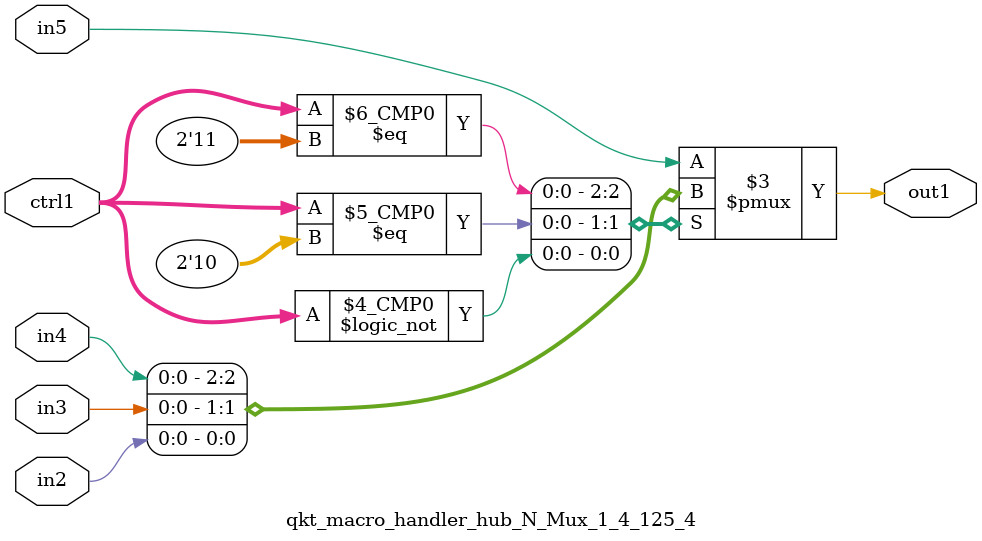
<source format=v>

`timescale 1ps / 1ps


module qkt_macro_handler_hub_N_Mux_1_4_125_4( in5, in4, in3, in2, ctrl1, out1 );

    input in5;
    input in4;
    input in3;
    input in2;
    input [1:0] ctrl1;
    output out1;
    reg out1;

    
    // rtl_process:qkt_macro_handler_hub_N_Mux_1_4_125_4/qkt_macro_handler_hub_N_Mux_1_4_125_4_thread_1
    always @*
      begin : qkt_macro_handler_hub_N_Mux_1_4_125_4_thread_1
        case (ctrl1) 
          2'd3: 
            begin
              out1 = in4;
            end
          2'd2: 
            begin
              out1 = in3;
            end
          2'd0: 
            begin
              out1 = in2;
            end
          default: 
            begin
              out1 = in5;
            end
        endcase
      end

endmodule



</source>
